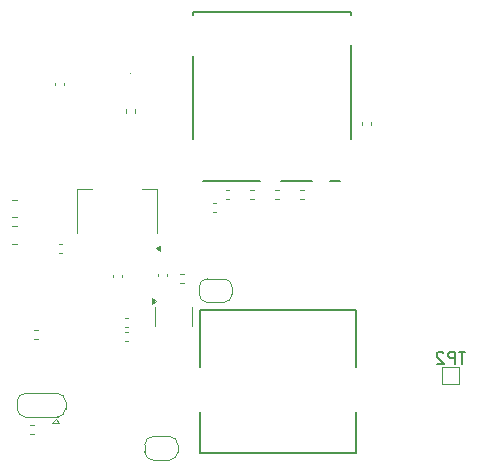
<source format=gbr>
%TF.GenerationSoftware,KiCad,Pcbnew,9.0.3*%
%TF.CreationDate,2025-09-17T23:32:25+02:00*%
%TF.ProjectId,Wear Camera,57656172-2043-4616-9d65-72612e6b6963,rev?*%
%TF.SameCoordinates,Original*%
%TF.FileFunction,Legend,Bot*%
%TF.FilePolarity,Positive*%
%FSLAX46Y46*%
G04 Gerber Fmt 4.6, Leading zero omitted, Abs format (unit mm)*
G04 Created by KiCad (PCBNEW 9.0.3) date 2025-09-17 23:32:25*
%MOMM*%
%LPD*%
G01*
G04 APERTURE LIST*
%ADD10C,0.150000*%
%ADD11C,0.120000*%
%ADD12C,0.100000*%
%ADD13C,0.127000*%
%ADD14C,0.152400*%
G04 APERTURE END LIST*
D10*
X117751904Y-118730619D02*
X117180476Y-118730619D01*
X117466190Y-119730619D02*
X117466190Y-118730619D01*
X116847142Y-119730619D02*
X116847142Y-118730619D01*
X116847142Y-118730619D02*
X116466190Y-118730619D01*
X116466190Y-118730619D02*
X116370952Y-118778238D01*
X116370952Y-118778238D02*
X116323333Y-118825857D01*
X116323333Y-118825857D02*
X116275714Y-118921095D01*
X116275714Y-118921095D02*
X116275714Y-119063952D01*
X116275714Y-119063952D02*
X116323333Y-119159190D01*
X116323333Y-119159190D02*
X116370952Y-119206809D01*
X116370952Y-119206809D02*
X116466190Y-119254428D01*
X116466190Y-119254428D02*
X116847142Y-119254428D01*
X115894761Y-118825857D02*
X115847142Y-118778238D01*
X115847142Y-118778238D02*
X115751904Y-118730619D01*
X115751904Y-118730619D02*
X115513809Y-118730619D01*
X115513809Y-118730619D02*
X115418571Y-118778238D01*
X115418571Y-118778238D02*
X115370952Y-118825857D01*
X115370952Y-118825857D02*
X115323333Y-118921095D01*
X115323333Y-118921095D02*
X115323333Y-119016333D01*
X115323333Y-119016333D02*
X115370952Y-119159190D01*
X115370952Y-119159190D02*
X115942380Y-119730619D01*
X115942380Y-119730619D02*
X115323333Y-119730619D01*
D11*
%TO.C,R25*%
X79827064Y-108108800D02*
X79372936Y-108108800D01*
X79827064Y-109578800D02*
X79372936Y-109578800D01*
%TO.C,U1*%
X84840000Y-104933800D02*
X86100000Y-104933800D01*
X84840000Y-108693800D02*
X84840000Y-104933800D01*
X91660000Y-104933800D02*
X90400000Y-104933800D01*
X91660000Y-108693800D02*
X91660000Y-104933800D01*
X91890000Y-110213800D02*
X91560000Y-109973800D01*
X91890000Y-109733800D01*
X91890000Y-110213800D01*
G36*
X91890000Y-110213800D02*
G01*
X91560000Y-109973800D01*
X91890000Y-109733800D01*
X91890000Y-110213800D01*
G37*
%TO.C,R24*%
X79827064Y-105858800D02*
X79372936Y-105858800D01*
X79827064Y-107328800D02*
X79372936Y-107328800D01*
%TO.C,R4*%
X108970000Y-99547441D02*
X108970000Y-99240159D01*
X109730000Y-99547441D02*
X109730000Y-99240159D01*
%TO.C,R11*%
X80896359Y-124913800D02*
X81203641Y-124913800D01*
X80896359Y-125673800D02*
X81203641Y-125673800D01*
%TO.C,R5*%
X103786359Y-105063800D02*
X104093641Y-105063800D01*
X103786359Y-105823800D02*
X104093641Y-105823800D01*
%TO.C,C22*%
X83577836Y-109633800D02*
X83362164Y-109633800D01*
X83577836Y-110353800D02*
X83362164Y-110353800D01*
%TO.C,R12*%
X88896359Y-117038800D02*
X89203641Y-117038800D01*
X88896359Y-117798800D02*
X89203641Y-117798800D01*
%TO.C,TP2*%
X115790000Y-120023800D02*
X115790000Y-121423800D01*
X115790000Y-121423800D02*
X117190000Y-121423800D01*
X117190000Y-120023800D02*
X115790000Y-120023800D01*
X117190000Y-121423800D02*
X117190000Y-120023800D01*
%TO.C,R6*%
X101953641Y-105063800D02*
X101646359Y-105063800D01*
X101953641Y-105823800D02*
X101646359Y-105823800D01*
%TO.C,R15*%
X88896359Y-115863800D02*
X89203641Y-115863800D01*
X88896359Y-116623800D02*
X89203641Y-116623800D01*
%TO.C,U6*%
X91490000Y-115743800D02*
X91490000Y-114943800D01*
X91490000Y-115743800D02*
X91490000Y-116543800D01*
X94610000Y-115743800D02*
X94610000Y-114943800D01*
X94610000Y-115743800D02*
X94610000Y-116543800D01*
X91540000Y-114443800D02*
X91210000Y-114683800D01*
X91210000Y-114203800D01*
X91540000Y-114443800D01*
G36*
X91540000Y-114443800D02*
G01*
X91210000Y-114683800D01*
X91210000Y-114203800D01*
X91540000Y-114443800D01*
G37*
%TO.C,R13*%
X89020000Y-98497441D02*
X89020000Y-98190159D01*
X89780000Y-98497441D02*
X89780000Y-98190159D01*
%TO.C,R23*%
X93903641Y-112113800D02*
X93596359Y-112113800D01*
X93903641Y-112873800D02*
X93596359Y-112873800D01*
D12*
%TO.C,D2*%
X89450000Y-95153800D02*
G75*
G02*
X89350000Y-95153800I-50000J0D01*
G01*
X89350000Y-95153800D02*
G75*
G02*
X89450000Y-95153800I50000J0D01*
G01*
D11*
%TO.C,R29*%
X99536359Y-105063800D02*
X99843641Y-105063800D01*
X99536359Y-105823800D02*
X99843641Y-105823800D01*
D13*
%TO.C,BT1*%
X95275000Y-115218800D02*
X95275000Y-120033800D01*
X95275000Y-127288800D02*
X95275000Y-123853800D01*
X95275000Y-127288800D02*
X108485000Y-127288800D01*
X108485000Y-115218800D02*
X95275000Y-115218800D01*
X108485000Y-120033800D02*
X108485000Y-115218800D01*
X108485000Y-127288800D02*
X108485000Y-123853800D01*
D11*
%TO.C,JP1*%
X90600000Y-126593800D02*
X90600000Y-127193800D01*
X91300000Y-127893800D02*
X92700000Y-127893800D01*
X92700000Y-125893800D02*
X91300000Y-125893800D01*
X93400000Y-127193800D02*
X93400000Y-126593800D01*
X90600000Y-126593800D02*
G75*
G02*
X91300000Y-125893800I700000J0D01*
G01*
X91300000Y-127893800D02*
G75*
G02*
X90600000Y-127193800I0J700000D01*
G01*
X92700000Y-125893800D02*
G75*
G02*
X93400000Y-126593800I1J-699999D01*
G01*
X93400000Y-127193800D02*
G75*
G02*
X92700000Y-127893800I-699999J-1D01*
G01*
%TO.C,C15*%
X83040000Y-96171636D02*
X83040000Y-95955964D01*
X83760000Y-96171636D02*
X83760000Y-95955964D01*
%TO.C,JP2*%
X95200000Y-113243800D02*
X95200000Y-113843800D01*
X95900000Y-114543800D02*
X97300000Y-114543800D01*
X97300000Y-112543800D02*
X95900000Y-112543800D01*
X98000000Y-113843800D02*
X98000000Y-113243800D01*
X95200000Y-113243800D02*
G75*
G02*
X95900000Y-112543800I700000J0D01*
G01*
X95900000Y-114543800D02*
G75*
G02*
X95200000Y-113843800I0J700000D01*
G01*
X97300000Y-112543800D02*
G75*
G02*
X98000000Y-113243800I1J-699999D01*
G01*
X98000000Y-113843800D02*
G75*
G02*
X97300000Y-114543800I-699999J-1D01*
G01*
%TO.C,C11*%
X91740000Y-112321636D02*
X91740000Y-112105964D01*
X92460000Y-112321636D02*
X92460000Y-112105964D01*
%TO.C,R2*%
X97753641Y-105063800D02*
X97446359Y-105063800D01*
X97753641Y-105823800D02*
X97446359Y-105823800D01*
%TO.C,R28*%
X81563641Y-116863800D02*
X81256359Y-116863800D01*
X81563641Y-117623800D02*
X81256359Y-117623800D01*
D14*
%TO.C,J3*%
X94664800Y-89926801D02*
X108025200Y-89926801D01*
X94664800Y-90224060D02*
X94664800Y-89926801D01*
X94664800Y-100722360D02*
X94664800Y-93683540D01*
X100396560Y-104227001D02*
X95553340Y-104227001D01*
X104737760Y-104227001D02*
X102103440Y-104227001D01*
X107136660Y-104227001D02*
X106292240Y-104227001D01*
X108025200Y-89926801D02*
X108025200Y-90221660D01*
X108025200Y-92715940D02*
X108025200Y-100722360D01*
D11*
%TO.C,C23*%
X87940000Y-112205964D02*
X87940000Y-112421636D01*
X88660000Y-112205964D02*
X88660000Y-112421636D01*
%TO.C,JP5*%
X79800000Y-122943800D02*
X79800000Y-123543800D01*
X80450000Y-124243800D02*
X83250000Y-124243800D01*
X83050000Y-124443800D02*
X82750000Y-124743800D01*
X83050000Y-124443800D02*
X83350000Y-124743800D01*
X83250000Y-122243800D02*
X80450000Y-122243800D01*
X83350000Y-124743800D02*
X82750000Y-124743800D01*
X83900000Y-123543800D02*
X83900000Y-122943800D01*
X79800000Y-122943800D02*
G75*
G02*
X80500000Y-122243800I700000J0D01*
G01*
X80500000Y-124243800D02*
G75*
G02*
X79800000Y-123543800I0J700000D01*
G01*
X83200000Y-122243800D02*
G75*
G02*
X83900000Y-122943800I1J-699999D01*
G01*
X83900000Y-123543800D02*
G75*
G02*
X83200000Y-124243800I-699999J-1D01*
G01*
%TO.C,R3*%
X96346359Y-106163800D02*
X96653641Y-106163800D01*
X96346359Y-106923800D02*
X96653641Y-106923800D01*
%TD*%
M02*

</source>
